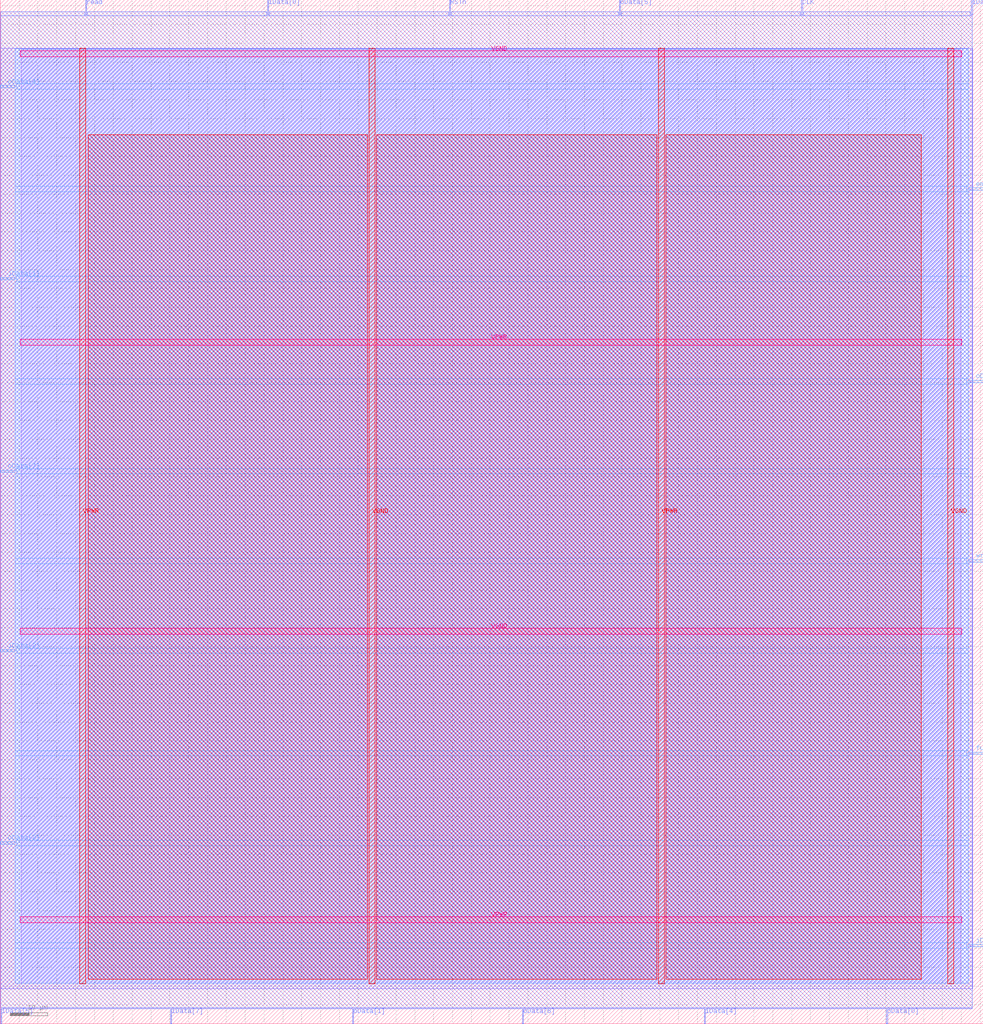
<source format=lef>
VERSION 5.7 ;
  NOWIREEXTENSIONATPIN ON ;
  DIVIDERCHAR "/" ;
  BUSBITCHARS "[]" ;
MACRO iiitb_sfifo
  CLASS BLOCK ;
  FOREIGN iiitb_sfifo ;
  ORIGIN 0.000 0.000 ;
  SIZE 260.820 BY 271.540 ;
  PIN CLK
    DIRECTION INPUT ;
    USE SIGNAL ;
    PORT
      LAYER met2 ;
        RECT 212.610 267.540 212.890 271.540 ;
    END
  END CLK
  PIN RSTn
    DIRECTION INPUT ;
    USE SIGNAL ;
    PORT
      LAYER met2 ;
        RECT 119.230 267.540 119.510 271.540 ;
    END
  END RSTn
  PIN VGND
    DIRECTION INOUT ;
    USE GROUND ;
    PORT
      LAYER met4 ;
        RECT 97.840 10.640 99.440 258.640 ;
    END
    PORT
      LAYER met4 ;
        RECT 251.440 10.640 253.040 258.640 ;
    END
    PORT
      LAYER met5 ;
        RECT 5.280 103.320 255.080 104.920 ;
    END
    PORT
      LAYER met5 ;
        RECT 5.280 256.500 255.080 258.100 ;
    END
  END VGND
  PIN VPWR
    DIRECTION INOUT ;
    USE POWER ;
    PORT
      LAYER met4 ;
        RECT 21.040 10.640 22.640 258.640 ;
    END
    PORT
      LAYER met4 ;
        RECT 174.640 10.640 176.240 258.640 ;
    END
    PORT
      LAYER met5 ;
        RECT 5.280 26.730 255.080 28.330 ;
    END
    PORT
      LAYER met5 ;
        RECT 5.280 179.910 255.080 181.510 ;
    END
  END VPWR
  PIN empty
    DIRECTION OUTPUT TRISTATE ;
    USE SIGNAL ;
    PORT
      LAYER met3 ;
        RECT 256.820 221.040 260.820 221.640 ;
    END
  END empty
  PIN full
    DIRECTION OUTPUT TRISTATE ;
    USE SIGNAL ;
    PORT
      LAYER met3 ;
        RECT 256.820 71.440 260.820 72.040 ;
    END
  END full
  PIN iData[0]
    DIRECTION INPUT ;
    USE SIGNAL ;
    PORT
      LAYER met2 ;
        RECT 70.930 267.540 71.210 271.540 ;
    END
  END iData[0]
  PIN iData[1]
    DIRECTION INPUT ;
    USE SIGNAL ;
    PORT
      LAYER met3 ;
        RECT 0.000 197.240 4.000 197.840 ;
    END
  END iData[1]
  PIN iData[2]
    DIRECTION INPUT ;
    USE SIGNAL ;
    PORT
      LAYER met3 ;
        RECT 0.000 98.640 4.000 99.240 ;
    END
  END iData[2]
  PIN iData[3]
    DIRECTION INPUT ;
    USE SIGNAL ;
    PORT
      LAYER met3 ;
        RECT 256.820 20.440 260.820 21.040 ;
    END
  END iData[3]
  PIN iData[4]
    DIRECTION INPUT ;
    USE SIGNAL ;
    PORT
      LAYER met2 ;
        RECT 186.850 0.000 187.130 4.000 ;
    END
  END iData[4]
  PIN iData[5]
    DIRECTION INPUT ;
    USE SIGNAL ;
    PORT
      LAYER met2 ;
        RECT 0.090 0.000 0.370 4.000 ;
    END
  END iData[5]
  PIN iData[6]
    DIRECTION INPUT ;
    USE SIGNAL ;
    PORT
      LAYER met2 ;
        RECT 257.690 267.540 257.970 271.540 ;
    END
  END iData[6]
  PIN iData[7]
    DIRECTION INPUT ;
    USE SIGNAL ;
    PORT
      LAYER met2 ;
        RECT 45.170 0.000 45.450 4.000 ;
    END
  END iData[7]
  PIN oData[0]
    DIRECTION OUTPUT TRISTATE ;
    USE SIGNAL ;
    PORT
      LAYER met2 ;
        RECT 235.150 0.000 235.430 4.000 ;
    END
  END oData[0]
  PIN oData[1]
    DIRECTION OUTPUT TRISTATE ;
    USE SIGNAL ;
    PORT
      LAYER met2 ;
        RECT 93.470 0.000 93.750 4.000 ;
    END
  END oData[1]
  PIN oData[2]
    DIRECTION OUTPUT TRISTATE ;
    USE SIGNAL ;
    PORT
      LAYER met3 ;
        RECT 0.000 47.640 4.000 48.240 ;
    END
  END oData[2]
  PIN oData[3]
    DIRECTION OUTPUT TRISTATE ;
    USE SIGNAL ;
    PORT
      LAYER met3 ;
        RECT 256.820 170.040 260.820 170.640 ;
    END
  END oData[3]
  PIN oData[4]
    DIRECTION OUTPUT TRISTATE ;
    USE SIGNAL ;
    PORT
      LAYER met3 ;
        RECT 0.000 248.240 4.000 248.840 ;
    END
  END oData[4]
  PIN oData[5]
    DIRECTION OUTPUT TRISTATE ;
    USE SIGNAL ;
    PORT
      LAYER met2 ;
        RECT 164.310 267.540 164.590 271.540 ;
    END
  END oData[5]
  PIN oData[6]
    DIRECTION OUTPUT TRISTATE ;
    USE SIGNAL ;
    PORT
      LAYER met2 ;
        RECT 138.550 0.000 138.830 4.000 ;
    END
  END oData[6]
  PIN oData[7]
    DIRECTION OUTPUT TRISTATE ;
    USE SIGNAL ;
    PORT
      LAYER met3 ;
        RECT 0.000 146.240 4.000 146.840 ;
    END
  END oData[7]
  PIN read
    DIRECTION INPUT ;
    USE SIGNAL ;
    PORT
      LAYER met2 ;
        RECT 22.630 267.540 22.910 271.540 ;
    END
  END read
  PIN write
    DIRECTION INPUT ;
    USE SIGNAL ;
    PORT
      LAYER met3 ;
        RECT 256.820 122.440 260.820 123.040 ;
    END
  END write
  OBS
      LAYER li1 ;
        RECT 5.520 10.795 254.840 258.485 ;
      LAYER met1 ;
        RECT 0.070 9.220 257.990 258.640 ;
      LAYER met2 ;
        RECT 0.100 267.260 22.350 268.330 ;
        RECT 23.190 267.260 70.650 268.330 ;
        RECT 71.490 267.260 118.950 268.330 ;
        RECT 119.790 267.260 164.030 268.330 ;
        RECT 164.870 267.260 212.330 268.330 ;
        RECT 213.170 267.260 257.410 268.330 ;
        RECT 0.100 4.280 257.960 267.260 ;
        RECT 0.650 4.000 44.890 4.280 ;
        RECT 45.730 4.000 93.190 4.280 ;
        RECT 94.030 4.000 138.270 4.280 ;
        RECT 139.110 4.000 186.570 4.280 ;
        RECT 187.410 4.000 234.870 4.280 ;
        RECT 235.710 4.000 257.960 4.280 ;
      LAYER met3 ;
        RECT 4.000 249.240 256.820 258.565 ;
        RECT 4.400 247.840 256.820 249.240 ;
        RECT 4.000 222.040 256.820 247.840 ;
        RECT 4.000 220.640 256.420 222.040 ;
        RECT 4.000 198.240 256.820 220.640 ;
        RECT 4.400 196.840 256.820 198.240 ;
        RECT 4.000 171.040 256.820 196.840 ;
        RECT 4.000 169.640 256.420 171.040 ;
        RECT 4.000 147.240 256.820 169.640 ;
        RECT 4.400 145.840 256.820 147.240 ;
        RECT 4.000 123.440 256.820 145.840 ;
        RECT 4.000 122.040 256.420 123.440 ;
        RECT 4.000 99.640 256.820 122.040 ;
        RECT 4.400 98.240 256.820 99.640 ;
        RECT 4.000 72.440 256.820 98.240 ;
        RECT 4.000 71.040 256.420 72.440 ;
        RECT 4.000 48.640 256.820 71.040 ;
        RECT 4.400 47.240 256.820 48.640 ;
        RECT 4.000 21.440 256.820 47.240 ;
        RECT 4.000 20.040 256.420 21.440 ;
        RECT 4.000 10.715 256.820 20.040 ;
      LAYER met4 ;
        RECT 23.295 11.735 97.440 235.785 ;
        RECT 99.840 11.735 174.240 235.785 ;
        RECT 176.640 11.735 244.425 235.785 ;
  END
END iiitb_sfifo
END LIBRARY


</source>
